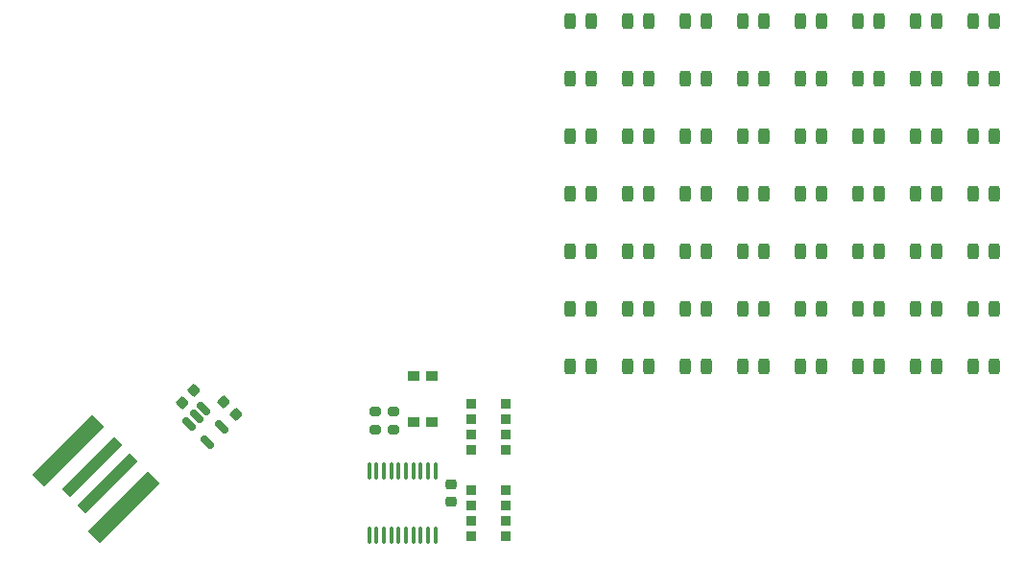
<source format=gtp>
G04 #@! TF.GenerationSoftware,KiCad,Pcbnew,7.0.5-0*
G04 #@! TF.CreationDate,2023-07-23T22:29:31-04:00*
G04 #@! TF.ProjectId,business_card,62757369-6e65-4737-935f-636172642e6b,rev?*
G04 #@! TF.SameCoordinates,Original*
G04 #@! TF.FileFunction,Paste,Top*
G04 #@! TF.FilePolarity,Positive*
%FSLAX46Y46*%
G04 Gerber Fmt 4.6, Leading zero omitted, Abs format (unit mm)*
G04 Created by KiCad (PCBNEW 7.0.5-0) date 2023-07-23 22:29:31*
%MOMM*%
%LPD*%
G01*
G04 APERTURE LIST*
G04 Aperture macros list*
%AMRoundRect*
0 Rectangle with rounded corners*
0 $1 Rounding radius*
0 $2 $3 $4 $5 $6 $7 $8 $9 X,Y pos of 4 corners*
0 Add a 4 corners polygon primitive as box body*
4,1,4,$2,$3,$4,$5,$6,$7,$8,$9,$2,$3,0*
0 Add four circle primitives for the rounded corners*
1,1,$1+$1,$2,$3*
1,1,$1+$1,$4,$5*
1,1,$1+$1,$6,$7*
1,1,$1+$1,$8,$9*
0 Add four rect primitives between the rounded corners*
20,1,$1+$1,$2,$3,$4,$5,0*
20,1,$1+$1,$4,$5,$6,$7,0*
20,1,$1+$1,$6,$7,$8,$9,0*
20,1,$1+$1,$8,$9,$2,$3,0*%
%AMRotRect*
0 Rectangle, with rotation*
0 The origin of the aperture is its center*
0 $1 length*
0 $2 width*
0 $3 Rotation angle, in degrees counterclockwise*
0 Add horizontal line*
21,1,$1,$2,0,0,$3*%
G04 Aperture macros list end*
%ADD10RoundRect,0.243750X0.243750X0.456250X-0.243750X0.456250X-0.243750X-0.456250X0.243750X-0.456250X0*%
%ADD11R,0.900000X0.900000*%
%ADD12RoundRect,0.225000X0.335876X0.017678X0.017678X0.335876X-0.335876X-0.017678X-0.017678X-0.335876X0*%
%ADD13RoundRect,0.150000X-0.468458X0.256326X0.256326X-0.468458X0.468458X-0.256326X-0.256326X0.468458X0*%
%ADD14RoundRect,0.225000X-0.250000X0.225000X-0.250000X-0.225000X0.250000X-0.225000X0.250000X0.225000X0*%
%ADD15RoundRect,0.200000X0.275000X-0.200000X0.275000X0.200000X-0.275000X0.200000X-0.275000X-0.200000X0*%
%ADD16R,1.000000X0.900000*%
%ADD17RotRect,6.500000X1.000000X45.000000*%
%ADD18RotRect,7.500000X1.500000X45.000000*%
%ADD19RoundRect,0.225000X-0.017678X0.335876X-0.335876X0.017678X0.017678X-0.335876X0.335876X-0.017678X0*%
%ADD20RoundRect,0.200000X-0.275000X0.200000X-0.275000X-0.200000X0.275000X-0.200000X0.275000X0.200000X0*%
%ADD21RoundRect,0.100000X-0.100000X0.637500X-0.100000X-0.637500X0.100000X-0.637500X0.100000X0.637500X0*%
G04 APERTURE END LIST*
D10*
X155593296Y-86440296D03*
X153718296Y-86440296D03*
X160673296Y-86440296D03*
X158798296Y-86440296D03*
X165753296Y-86440296D03*
X163878296Y-86440296D03*
X170833296Y-86440296D03*
X168958296Y-86440296D03*
X175913296Y-86440296D03*
X174038296Y-86440296D03*
X180993296Y-86440296D03*
X179118296Y-86440296D03*
X186073296Y-86440296D03*
X184198296Y-86440296D03*
X150513296Y-91520296D03*
X148638296Y-91520296D03*
X155593296Y-91520296D03*
X153718296Y-91520296D03*
X160673296Y-91520296D03*
X158798296Y-91520296D03*
X155593296Y-81360296D03*
X153718296Y-81360296D03*
X165753296Y-91520296D03*
X163878296Y-91520296D03*
X170833296Y-91520296D03*
X168958296Y-91520296D03*
X175913296Y-91520296D03*
X174038296Y-91520296D03*
X180993296Y-91520296D03*
X179118296Y-91520296D03*
X186073296Y-91520296D03*
X184198296Y-91520296D03*
X150513296Y-96600296D03*
X148638296Y-96600296D03*
X155593296Y-96600296D03*
X153718296Y-96600296D03*
X160673296Y-96600296D03*
X158798296Y-96600296D03*
X165753296Y-96600296D03*
X163878296Y-96600296D03*
X170833296Y-96600296D03*
X168958296Y-96600296D03*
X175913296Y-96600296D03*
X174038296Y-96600296D03*
X180993296Y-96600296D03*
X179118296Y-96600296D03*
X186073296Y-96600296D03*
X184198296Y-96600296D03*
X150513296Y-101680296D03*
X148638296Y-101680296D03*
X155593296Y-101680296D03*
X153718296Y-101680296D03*
X160673296Y-101680296D03*
X158798296Y-101680296D03*
X165753296Y-101680296D03*
X163878296Y-101680296D03*
X170833296Y-101680296D03*
X168958296Y-101680296D03*
X175913296Y-101680296D03*
X174038296Y-101680296D03*
X180993296Y-101680296D03*
X179118296Y-101680296D03*
X165753296Y-81360296D03*
X163878296Y-81360296D03*
X186073296Y-101680296D03*
X184198296Y-101680296D03*
X150513296Y-106760296D03*
X148638296Y-106760296D03*
X155593296Y-106760296D03*
X153718296Y-106760296D03*
X160673296Y-106760296D03*
X158798296Y-106760296D03*
X165753296Y-106760296D03*
X163878296Y-106760296D03*
X170833296Y-106760296D03*
X168958296Y-106760296D03*
X175913296Y-106760296D03*
X174038296Y-106760296D03*
X180993296Y-106760296D03*
X179118296Y-106760296D03*
X186073296Y-106760296D03*
X184198296Y-106760296D03*
X150513296Y-111840296D03*
X148638296Y-111840296D03*
X170833296Y-81360296D03*
X168958296Y-81360296D03*
X155593296Y-111840296D03*
X153718296Y-111840296D03*
X160673296Y-111840296D03*
X158798296Y-111840296D03*
X165753296Y-111840296D03*
X163878296Y-111840296D03*
X170833296Y-111840296D03*
X168958296Y-111840296D03*
X175913296Y-111840296D03*
X174038296Y-111840296D03*
X180993296Y-111840296D03*
X179118296Y-111840296D03*
X186073296Y-111840296D03*
X184198296Y-111840296D03*
X175913296Y-81360296D03*
X174038296Y-81360296D03*
X180993296Y-81360296D03*
X179118296Y-81360296D03*
X186073296Y-81360296D03*
X184198296Y-81360296D03*
X150513296Y-86440296D03*
X148638296Y-86440296D03*
X150513296Y-81360296D03*
X148638296Y-81360296D03*
D11*
X139947796Y-122794296D03*
X139947796Y-124134296D03*
X139947796Y-125454296D03*
X139947796Y-126794296D03*
X142947796Y-126794296D03*
X142947796Y-125454296D03*
X142947796Y-124134296D03*
X142947796Y-122794296D03*
X139947796Y-115174296D03*
X139947796Y-116514296D03*
X139947796Y-117834296D03*
X139947796Y-119174296D03*
X142947796Y-119174296D03*
X142947796Y-117834296D03*
X142947796Y-116514296D03*
X142947796Y-115174296D03*
D12*
X119166008Y-116118008D03*
X118069992Y-115021992D03*
D13*
X116332000Y-115570000D03*
X115660249Y-116241751D03*
X114988498Y-116913502D03*
X116597166Y-118522170D03*
X117940668Y-117178668D03*
D14*
X138151796Y-122273296D03*
X138151796Y-123823296D03*
D15*
X131451796Y-117473296D03*
X131451796Y-115823296D03*
D16*
X134851796Y-116798296D03*
X134851796Y-112698296D03*
X136451796Y-116798296D03*
X136451796Y-112698296D03*
D10*
X160673296Y-81360296D03*
X158798296Y-81360296D03*
D17*
X107857839Y-122156375D03*
X106443625Y-120742161D03*
D18*
X104322305Y-119327948D03*
X109272052Y-124277695D03*
D19*
X115488591Y-113958077D03*
X114392575Y-115054093D03*
D20*
X133051796Y-115823296D03*
X133051796Y-117473296D03*
D21*
X136752796Y-121035796D03*
X136102796Y-121035796D03*
X135452796Y-121035796D03*
X134802796Y-121035796D03*
X134152796Y-121035796D03*
X133502796Y-121035796D03*
X132852796Y-121035796D03*
X132202796Y-121035796D03*
X131552796Y-121035796D03*
X130902796Y-121035796D03*
X130902796Y-126760796D03*
X131552796Y-126760796D03*
X132202796Y-126760796D03*
X132852796Y-126760796D03*
X133502796Y-126760796D03*
X134152796Y-126760796D03*
X134802796Y-126760796D03*
X135452796Y-126760796D03*
X136102796Y-126760796D03*
X136752796Y-126760796D03*
M02*

</source>
